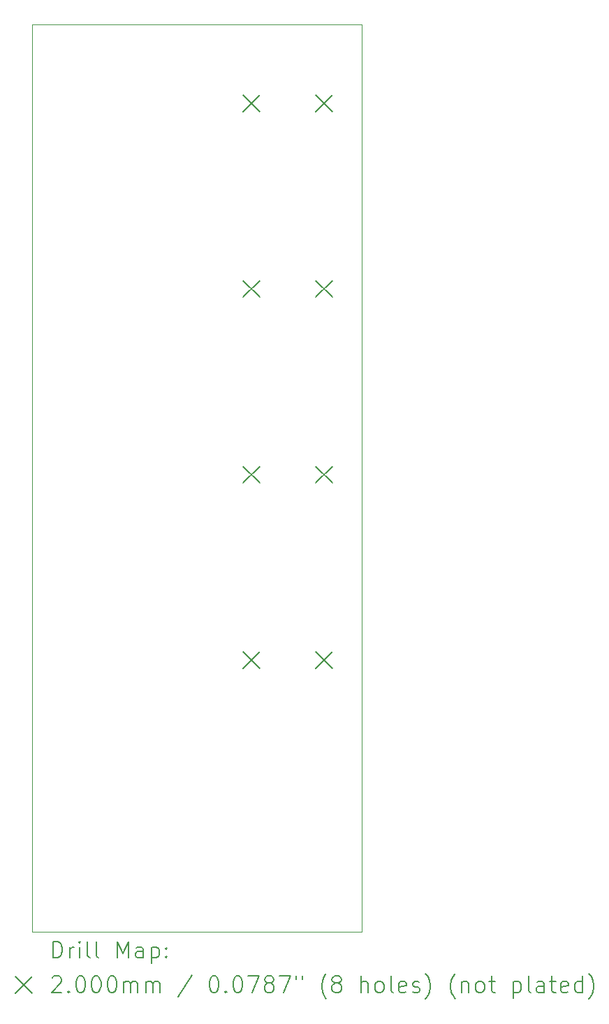
<source format=gbr>
%FSLAX45Y45*%
G04 Gerber Fmt 4.5, Leading zero omitted, Abs format (unit mm)*
G04 Created by KiCad (PCBNEW (6.0.0)) date 2022-07-06 17:45:46*
%MOMM*%
%LPD*%
G01*
G04 APERTURE LIST*
%TA.AperFunction,Profile*%
%ADD10C,0.050000*%
%TD*%
%ADD11C,0.200000*%
G04 APERTURE END LIST*
D10*
X7000000Y-3100000D02*
X7000000Y-14100000D01*
X3000000Y-3100000D02*
X3000000Y-14100000D01*
X3000000Y-3100000D02*
X7000000Y-3100000D01*
X3000000Y-14100000D02*
X7000000Y-14100000D01*
D11*
X5560000Y-3955000D02*
X5760000Y-4155000D01*
X5760000Y-3955000D02*
X5560000Y-4155000D01*
X5560000Y-6205000D02*
X5760000Y-6405000D01*
X5760000Y-6205000D02*
X5560000Y-6405000D01*
X5560000Y-8455000D02*
X5760000Y-8655000D01*
X5760000Y-8455000D02*
X5560000Y-8655000D01*
X5560000Y-10705000D02*
X5760000Y-10905000D01*
X5760000Y-10705000D02*
X5560000Y-10905000D01*
X6440000Y-3955000D02*
X6640000Y-4155000D01*
X6640000Y-3955000D02*
X6440000Y-4155000D01*
X6440000Y-6205000D02*
X6640000Y-6405000D01*
X6640000Y-6205000D02*
X6440000Y-6405000D01*
X6440000Y-8455000D02*
X6640000Y-8655000D01*
X6640000Y-8455000D02*
X6440000Y-8655000D01*
X6440000Y-10705000D02*
X6640000Y-10905000D01*
X6640000Y-10705000D02*
X6440000Y-10905000D01*
X3255119Y-14412976D02*
X3255119Y-14212976D01*
X3302738Y-14212976D01*
X3331309Y-14222500D01*
X3350357Y-14241548D01*
X3359881Y-14260595D01*
X3369405Y-14298690D01*
X3369405Y-14327262D01*
X3359881Y-14365357D01*
X3350357Y-14384405D01*
X3331309Y-14403452D01*
X3302738Y-14412976D01*
X3255119Y-14412976D01*
X3455119Y-14412976D02*
X3455119Y-14279643D01*
X3455119Y-14317738D02*
X3464643Y-14298690D01*
X3474167Y-14289167D01*
X3493214Y-14279643D01*
X3512262Y-14279643D01*
X3578928Y-14412976D02*
X3578928Y-14279643D01*
X3578928Y-14212976D02*
X3569405Y-14222500D01*
X3578928Y-14232024D01*
X3588452Y-14222500D01*
X3578928Y-14212976D01*
X3578928Y-14232024D01*
X3702738Y-14412976D02*
X3683690Y-14403452D01*
X3674167Y-14384405D01*
X3674167Y-14212976D01*
X3807500Y-14412976D02*
X3788452Y-14403452D01*
X3778928Y-14384405D01*
X3778928Y-14212976D01*
X4036071Y-14412976D02*
X4036071Y-14212976D01*
X4102738Y-14355833D01*
X4169405Y-14212976D01*
X4169405Y-14412976D01*
X4350357Y-14412976D02*
X4350357Y-14308214D01*
X4340833Y-14289167D01*
X4321786Y-14279643D01*
X4283690Y-14279643D01*
X4264643Y-14289167D01*
X4350357Y-14403452D02*
X4331310Y-14412976D01*
X4283690Y-14412976D01*
X4264643Y-14403452D01*
X4255119Y-14384405D01*
X4255119Y-14365357D01*
X4264643Y-14346309D01*
X4283690Y-14336786D01*
X4331310Y-14336786D01*
X4350357Y-14327262D01*
X4445595Y-14279643D02*
X4445595Y-14479643D01*
X4445595Y-14289167D02*
X4464643Y-14279643D01*
X4502738Y-14279643D01*
X4521786Y-14289167D01*
X4531310Y-14298690D01*
X4540833Y-14317738D01*
X4540833Y-14374881D01*
X4531310Y-14393928D01*
X4521786Y-14403452D01*
X4502738Y-14412976D01*
X4464643Y-14412976D01*
X4445595Y-14403452D01*
X4626548Y-14393928D02*
X4636071Y-14403452D01*
X4626548Y-14412976D01*
X4617024Y-14403452D01*
X4626548Y-14393928D01*
X4626548Y-14412976D01*
X4626548Y-14289167D02*
X4636071Y-14298690D01*
X4626548Y-14308214D01*
X4617024Y-14298690D01*
X4626548Y-14289167D01*
X4626548Y-14308214D01*
X2797500Y-14642500D02*
X2997500Y-14842500D01*
X2997500Y-14642500D02*
X2797500Y-14842500D01*
X3245595Y-14652024D02*
X3255119Y-14642500D01*
X3274167Y-14632976D01*
X3321786Y-14632976D01*
X3340833Y-14642500D01*
X3350357Y-14652024D01*
X3359881Y-14671071D01*
X3359881Y-14690119D01*
X3350357Y-14718690D01*
X3236071Y-14832976D01*
X3359881Y-14832976D01*
X3445595Y-14813928D02*
X3455119Y-14823452D01*
X3445595Y-14832976D01*
X3436071Y-14823452D01*
X3445595Y-14813928D01*
X3445595Y-14832976D01*
X3578928Y-14632976D02*
X3597976Y-14632976D01*
X3617024Y-14642500D01*
X3626548Y-14652024D01*
X3636071Y-14671071D01*
X3645595Y-14709167D01*
X3645595Y-14756786D01*
X3636071Y-14794881D01*
X3626548Y-14813928D01*
X3617024Y-14823452D01*
X3597976Y-14832976D01*
X3578928Y-14832976D01*
X3559881Y-14823452D01*
X3550357Y-14813928D01*
X3540833Y-14794881D01*
X3531309Y-14756786D01*
X3531309Y-14709167D01*
X3540833Y-14671071D01*
X3550357Y-14652024D01*
X3559881Y-14642500D01*
X3578928Y-14632976D01*
X3769405Y-14632976D02*
X3788452Y-14632976D01*
X3807500Y-14642500D01*
X3817024Y-14652024D01*
X3826548Y-14671071D01*
X3836071Y-14709167D01*
X3836071Y-14756786D01*
X3826548Y-14794881D01*
X3817024Y-14813928D01*
X3807500Y-14823452D01*
X3788452Y-14832976D01*
X3769405Y-14832976D01*
X3750357Y-14823452D01*
X3740833Y-14813928D01*
X3731309Y-14794881D01*
X3721786Y-14756786D01*
X3721786Y-14709167D01*
X3731309Y-14671071D01*
X3740833Y-14652024D01*
X3750357Y-14642500D01*
X3769405Y-14632976D01*
X3959881Y-14632976D02*
X3978928Y-14632976D01*
X3997976Y-14642500D01*
X4007500Y-14652024D01*
X4017024Y-14671071D01*
X4026548Y-14709167D01*
X4026548Y-14756786D01*
X4017024Y-14794881D01*
X4007500Y-14813928D01*
X3997976Y-14823452D01*
X3978928Y-14832976D01*
X3959881Y-14832976D01*
X3940833Y-14823452D01*
X3931309Y-14813928D01*
X3921786Y-14794881D01*
X3912262Y-14756786D01*
X3912262Y-14709167D01*
X3921786Y-14671071D01*
X3931309Y-14652024D01*
X3940833Y-14642500D01*
X3959881Y-14632976D01*
X4112262Y-14832976D02*
X4112262Y-14699643D01*
X4112262Y-14718690D02*
X4121786Y-14709167D01*
X4140833Y-14699643D01*
X4169405Y-14699643D01*
X4188452Y-14709167D01*
X4197976Y-14728214D01*
X4197976Y-14832976D01*
X4197976Y-14728214D02*
X4207500Y-14709167D01*
X4226548Y-14699643D01*
X4255119Y-14699643D01*
X4274167Y-14709167D01*
X4283690Y-14728214D01*
X4283690Y-14832976D01*
X4378929Y-14832976D02*
X4378929Y-14699643D01*
X4378929Y-14718690D02*
X4388452Y-14709167D01*
X4407500Y-14699643D01*
X4436071Y-14699643D01*
X4455119Y-14709167D01*
X4464643Y-14728214D01*
X4464643Y-14832976D01*
X4464643Y-14728214D02*
X4474167Y-14709167D01*
X4493214Y-14699643D01*
X4521786Y-14699643D01*
X4540833Y-14709167D01*
X4550357Y-14728214D01*
X4550357Y-14832976D01*
X4940833Y-14623452D02*
X4769405Y-14880595D01*
X5197976Y-14632976D02*
X5217024Y-14632976D01*
X5236071Y-14642500D01*
X5245595Y-14652024D01*
X5255119Y-14671071D01*
X5264643Y-14709167D01*
X5264643Y-14756786D01*
X5255119Y-14794881D01*
X5245595Y-14813928D01*
X5236071Y-14823452D01*
X5217024Y-14832976D01*
X5197976Y-14832976D01*
X5178929Y-14823452D01*
X5169405Y-14813928D01*
X5159881Y-14794881D01*
X5150357Y-14756786D01*
X5150357Y-14709167D01*
X5159881Y-14671071D01*
X5169405Y-14652024D01*
X5178929Y-14642500D01*
X5197976Y-14632976D01*
X5350357Y-14813928D02*
X5359881Y-14823452D01*
X5350357Y-14832976D01*
X5340833Y-14823452D01*
X5350357Y-14813928D01*
X5350357Y-14832976D01*
X5483690Y-14632976D02*
X5502738Y-14632976D01*
X5521786Y-14642500D01*
X5531310Y-14652024D01*
X5540833Y-14671071D01*
X5550357Y-14709167D01*
X5550357Y-14756786D01*
X5540833Y-14794881D01*
X5531310Y-14813928D01*
X5521786Y-14823452D01*
X5502738Y-14832976D01*
X5483690Y-14832976D01*
X5464643Y-14823452D01*
X5455119Y-14813928D01*
X5445595Y-14794881D01*
X5436071Y-14756786D01*
X5436071Y-14709167D01*
X5445595Y-14671071D01*
X5455119Y-14652024D01*
X5464643Y-14642500D01*
X5483690Y-14632976D01*
X5617024Y-14632976D02*
X5750357Y-14632976D01*
X5664643Y-14832976D01*
X5855119Y-14718690D02*
X5836071Y-14709167D01*
X5826548Y-14699643D01*
X5817024Y-14680595D01*
X5817024Y-14671071D01*
X5826548Y-14652024D01*
X5836071Y-14642500D01*
X5855119Y-14632976D01*
X5893214Y-14632976D01*
X5912262Y-14642500D01*
X5921786Y-14652024D01*
X5931309Y-14671071D01*
X5931309Y-14680595D01*
X5921786Y-14699643D01*
X5912262Y-14709167D01*
X5893214Y-14718690D01*
X5855119Y-14718690D01*
X5836071Y-14728214D01*
X5826548Y-14737738D01*
X5817024Y-14756786D01*
X5817024Y-14794881D01*
X5826548Y-14813928D01*
X5836071Y-14823452D01*
X5855119Y-14832976D01*
X5893214Y-14832976D01*
X5912262Y-14823452D01*
X5921786Y-14813928D01*
X5931309Y-14794881D01*
X5931309Y-14756786D01*
X5921786Y-14737738D01*
X5912262Y-14728214D01*
X5893214Y-14718690D01*
X5997976Y-14632976D02*
X6131309Y-14632976D01*
X6045595Y-14832976D01*
X6197976Y-14632976D02*
X6197976Y-14671071D01*
X6274167Y-14632976D02*
X6274167Y-14671071D01*
X6569405Y-14909167D02*
X6559881Y-14899643D01*
X6540833Y-14871071D01*
X6531309Y-14852024D01*
X6521786Y-14823452D01*
X6512262Y-14775833D01*
X6512262Y-14737738D01*
X6521786Y-14690119D01*
X6531309Y-14661548D01*
X6540833Y-14642500D01*
X6559881Y-14613928D01*
X6569405Y-14604405D01*
X6674167Y-14718690D02*
X6655119Y-14709167D01*
X6645595Y-14699643D01*
X6636071Y-14680595D01*
X6636071Y-14671071D01*
X6645595Y-14652024D01*
X6655119Y-14642500D01*
X6674167Y-14632976D01*
X6712262Y-14632976D01*
X6731309Y-14642500D01*
X6740833Y-14652024D01*
X6750357Y-14671071D01*
X6750357Y-14680595D01*
X6740833Y-14699643D01*
X6731309Y-14709167D01*
X6712262Y-14718690D01*
X6674167Y-14718690D01*
X6655119Y-14728214D01*
X6645595Y-14737738D01*
X6636071Y-14756786D01*
X6636071Y-14794881D01*
X6645595Y-14813928D01*
X6655119Y-14823452D01*
X6674167Y-14832976D01*
X6712262Y-14832976D01*
X6731309Y-14823452D01*
X6740833Y-14813928D01*
X6750357Y-14794881D01*
X6750357Y-14756786D01*
X6740833Y-14737738D01*
X6731309Y-14728214D01*
X6712262Y-14718690D01*
X6988452Y-14832976D02*
X6988452Y-14632976D01*
X7074167Y-14832976D02*
X7074167Y-14728214D01*
X7064643Y-14709167D01*
X7045595Y-14699643D01*
X7017024Y-14699643D01*
X6997976Y-14709167D01*
X6988452Y-14718690D01*
X7197976Y-14832976D02*
X7178928Y-14823452D01*
X7169405Y-14813928D01*
X7159881Y-14794881D01*
X7159881Y-14737738D01*
X7169405Y-14718690D01*
X7178928Y-14709167D01*
X7197976Y-14699643D01*
X7226548Y-14699643D01*
X7245595Y-14709167D01*
X7255119Y-14718690D01*
X7264643Y-14737738D01*
X7264643Y-14794881D01*
X7255119Y-14813928D01*
X7245595Y-14823452D01*
X7226548Y-14832976D01*
X7197976Y-14832976D01*
X7378928Y-14832976D02*
X7359881Y-14823452D01*
X7350357Y-14804405D01*
X7350357Y-14632976D01*
X7531309Y-14823452D02*
X7512262Y-14832976D01*
X7474167Y-14832976D01*
X7455119Y-14823452D01*
X7445595Y-14804405D01*
X7445595Y-14728214D01*
X7455119Y-14709167D01*
X7474167Y-14699643D01*
X7512262Y-14699643D01*
X7531309Y-14709167D01*
X7540833Y-14728214D01*
X7540833Y-14747262D01*
X7445595Y-14766309D01*
X7617024Y-14823452D02*
X7636071Y-14832976D01*
X7674167Y-14832976D01*
X7693214Y-14823452D01*
X7702738Y-14804405D01*
X7702738Y-14794881D01*
X7693214Y-14775833D01*
X7674167Y-14766309D01*
X7645595Y-14766309D01*
X7626548Y-14756786D01*
X7617024Y-14737738D01*
X7617024Y-14728214D01*
X7626548Y-14709167D01*
X7645595Y-14699643D01*
X7674167Y-14699643D01*
X7693214Y-14709167D01*
X7769405Y-14909167D02*
X7778928Y-14899643D01*
X7797976Y-14871071D01*
X7807500Y-14852024D01*
X7817024Y-14823452D01*
X7826548Y-14775833D01*
X7826548Y-14737738D01*
X7817024Y-14690119D01*
X7807500Y-14661548D01*
X7797976Y-14642500D01*
X7778928Y-14613928D01*
X7769405Y-14604405D01*
X8131309Y-14909167D02*
X8121786Y-14899643D01*
X8102738Y-14871071D01*
X8093214Y-14852024D01*
X8083690Y-14823452D01*
X8074167Y-14775833D01*
X8074167Y-14737738D01*
X8083690Y-14690119D01*
X8093214Y-14661548D01*
X8102738Y-14642500D01*
X8121786Y-14613928D01*
X8131309Y-14604405D01*
X8207500Y-14699643D02*
X8207500Y-14832976D01*
X8207500Y-14718690D02*
X8217024Y-14709167D01*
X8236071Y-14699643D01*
X8264643Y-14699643D01*
X8283690Y-14709167D01*
X8293214Y-14728214D01*
X8293214Y-14832976D01*
X8417024Y-14832976D02*
X8397976Y-14823452D01*
X8388452Y-14813928D01*
X8378928Y-14794881D01*
X8378928Y-14737738D01*
X8388452Y-14718690D01*
X8397976Y-14709167D01*
X8417024Y-14699643D01*
X8445595Y-14699643D01*
X8464643Y-14709167D01*
X8474167Y-14718690D01*
X8483690Y-14737738D01*
X8483690Y-14794881D01*
X8474167Y-14813928D01*
X8464643Y-14823452D01*
X8445595Y-14832976D01*
X8417024Y-14832976D01*
X8540833Y-14699643D02*
X8617024Y-14699643D01*
X8569405Y-14632976D02*
X8569405Y-14804405D01*
X8578929Y-14823452D01*
X8597976Y-14832976D01*
X8617024Y-14832976D01*
X8836071Y-14699643D02*
X8836071Y-14899643D01*
X8836071Y-14709167D02*
X8855119Y-14699643D01*
X8893214Y-14699643D01*
X8912262Y-14709167D01*
X8921786Y-14718690D01*
X8931310Y-14737738D01*
X8931310Y-14794881D01*
X8921786Y-14813928D01*
X8912262Y-14823452D01*
X8893214Y-14832976D01*
X8855119Y-14832976D01*
X8836071Y-14823452D01*
X9045595Y-14832976D02*
X9026548Y-14823452D01*
X9017024Y-14804405D01*
X9017024Y-14632976D01*
X9207500Y-14832976D02*
X9207500Y-14728214D01*
X9197976Y-14709167D01*
X9178929Y-14699643D01*
X9140833Y-14699643D01*
X9121786Y-14709167D01*
X9207500Y-14823452D02*
X9188452Y-14832976D01*
X9140833Y-14832976D01*
X9121786Y-14823452D01*
X9112262Y-14804405D01*
X9112262Y-14785357D01*
X9121786Y-14766309D01*
X9140833Y-14756786D01*
X9188452Y-14756786D01*
X9207500Y-14747262D01*
X9274167Y-14699643D02*
X9350357Y-14699643D01*
X9302738Y-14632976D02*
X9302738Y-14804405D01*
X9312262Y-14823452D01*
X9331310Y-14832976D01*
X9350357Y-14832976D01*
X9493214Y-14823452D02*
X9474167Y-14832976D01*
X9436071Y-14832976D01*
X9417024Y-14823452D01*
X9407500Y-14804405D01*
X9407500Y-14728214D01*
X9417024Y-14709167D01*
X9436071Y-14699643D01*
X9474167Y-14699643D01*
X9493214Y-14709167D01*
X9502738Y-14728214D01*
X9502738Y-14747262D01*
X9407500Y-14766309D01*
X9674167Y-14832976D02*
X9674167Y-14632976D01*
X9674167Y-14823452D02*
X9655119Y-14832976D01*
X9617024Y-14832976D01*
X9597976Y-14823452D01*
X9588452Y-14813928D01*
X9578929Y-14794881D01*
X9578929Y-14737738D01*
X9588452Y-14718690D01*
X9597976Y-14709167D01*
X9617024Y-14699643D01*
X9655119Y-14699643D01*
X9674167Y-14709167D01*
X9750357Y-14909167D02*
X9759881Y-14899643D01*
X9778929Y-14871071D01*
X9788452Y-14852024D01*
X9797976Y-14823452D01*
X9807500Y-14775833D01*
X9807500Y-14737738D01*
X9797976Y-14690119D01*
X9788452Y-14661548D01*
X9778929Y-14642500D01*
X9759881Y-14613928D01*
X9750357Y-14604405D01*
M02*

</source>
